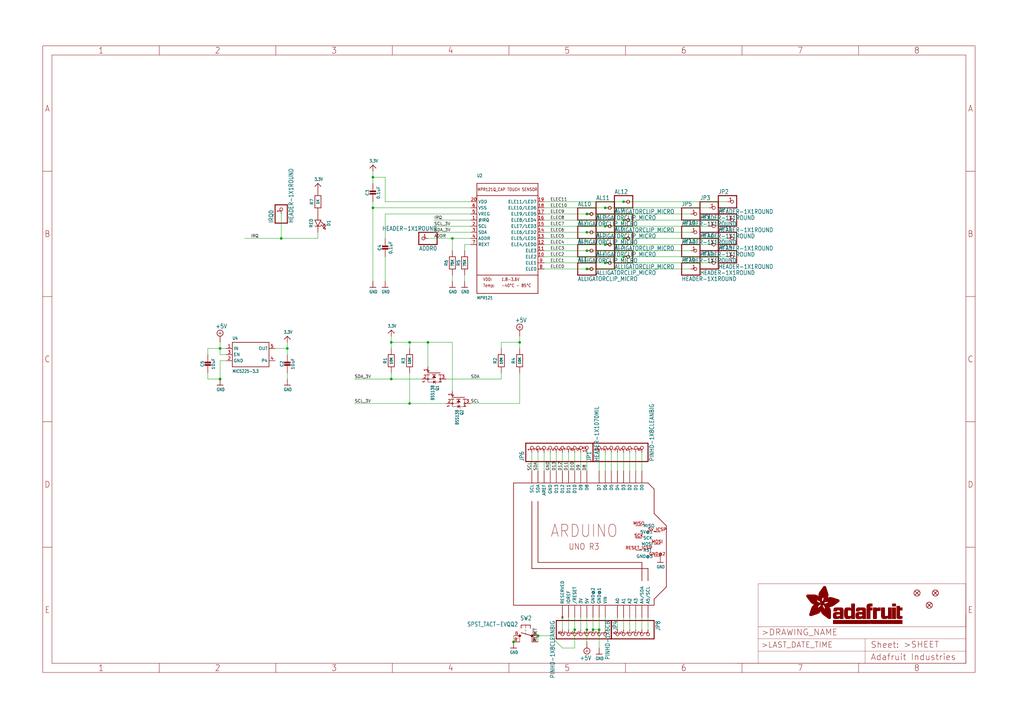
<source format=kicad_sch>
(kicad_sch (version 20211123) (generator eeschema)
  (paper "User" 425.45 301.219)
  (lib_symbols
    (symbol "eagleSchem-eagle-import:+5V" (power)
      (property "Value" "+5V" (at -1.905 3.175 0))
      (symbol "+5V_1_0"
        (pin power_in line (at 0 -2.54 90) (length 2.54) (name "+5V") (number "1"))
      )
    )
    (symbol "eagleSchem-eagle-import:3.3V" (power)
      (property "Value" "3.3V" (at -1.524 1.016 0))
      (symbol "3.3V_1_0"
        (pin power_in line (at 0 -2.54 90) (length 2.54) (name "3.3V") (number "1"))
      )
    )
    (symbol "eagleSchem-eagle-import:ALLIGATORCLIP_MICRO"
      (property "Reference" "AL" (at -6.35 3.175 0))
      (property "Value" "ALLIGATORCLIP_MICRO" (at -6.35 -5.08 0))
      (symbol "ALLIGATORCLIP_MICRO_1_0"
        (pin passive inverted (at -2.54 0 0) (length 2.54) (name "1") (number "P$1"))
        (pin passive inverted (at -2.54 0 0) (length 2.54) (name "1") (number "P$2"))
      )
    )
    (symbol "eagleSchem-eagle-import:ARDUINO_R3_ICSP"
      (symbol "ARDUINO_R3_ICSP_1_0"
        (text "ARDUINO" (at 15.24 27.94 0) (effects (font (size 5.08 4.318)) (justify left bottom)))
        (text "UNO R3" (at 22.86 22.86 0) (effects (font (size 2.54 2.159)) (justify left bottom)))
        (pin power_in line (at 27.94 -5.08 90) (length 5.08) (name "3V") (number "3V"))
        (pin power_in line (at 30.48 -5.08 90) (length 5.08) (name "5V") (number "5V"))
        (pin passive line (at 60.96 30.48 180) (length 2.54) (name "5V@1") (number "5V_ICSP"))
        (pin bidirectional line (at 43.18 -5.08 90) (length 5.08) (name "A0") (number "A0"))
        (pin bidirectional line (at 45.72 -5.08 90) (length 5.08) (name "A1") (number "A1"))
        (pin bidirectional line (at 48.26 -5.08 90) (length 5.08) (name "A2") (number "A2"))
        (pin bidirectional line (at 50.8 -5.08 90) (length 5.08) (name "A3") (number "A3"))
        (pin bidirectional line (at 53.34 -5.08 90) (length 5.08) (name "A4/SDA") (number "A4"))
        (pin bidirectional line (at 55.88 -5.08 90) (length 5.08) (name "A5/SCL") (number "A5"))
        (pin bidirectional line (at 12.7 55.88 270) (length 5.08) (name "AREF") (number "AREF"))
        (pin bidirectional line (at 53.34 55.88 270) (length 5.08) (name "D0") (number "D0"))
        (pin bidirectional line (at 50.8 55.88 270) (length 5.08) (name "D1") (number "D1"))
        (pin bidirectional line (at 25.4 55.88 270) (length 5.08) (name "D10") (number "D10"))
        (pin bidirectional line (at 22.86 55.88 270) (length 5.08) (name "D11") (number "D11"))
        (pin bidirectional line (at 20.32 55.88 270) (length 5.08) (name "D12") (number "D12"))
        (pin bidirectional line (at 17.78 55.88 270) (length 5.08) (name "D13") (number "D13"))
        (pin bidirectional line (at 48.26 55.88 270) (length 5.08) (name "D2") (number "D2"))
        (pin bidirectional line (at 45.72 55.88 270) (length 5.08) (name "D3") (number "D3"))
        (pin bidirectional line (at 43.18 55.88 270) (length 5.08) (name "D4") (number "D4"))
        (pin bidirectional line (at 40.64 55.88 270) (length 5.08) (name "D5") (number "D5"))
        (pin bidirectional line (at 38.1 55.88 270) (length 5.08) (name "D6") (number "D6"))
        (pin bidirectional line (at 35.56 55.88 270) (length 5.08) (name "D7") (number "D7"))
        (pin bidirectional line (at 30.48 55.88 270) (length 5.08) (name "D8") (number "D8"))
        (pin bidirectional line (at 27.94 55.88 270) (length 5.08) (name "D9") (number "D9"))
        (pin power_in line (at 15.24 55.88 270) (length 5.08) (name "GND") (number "GND"))
        (pin power_in line (at 33.02 -5.08 90) (length 5.08) (name "GND@2") (number "GND@1"))
        (pin passive line (at 60.96 20.32 180) (length 2.54) (name "GND@3") (number "GND@2"))
        (pin power_in line (at 35.56 -5.08 90) (length 5.08) (name "GND@1") (number "GND@3"))
        (pin output line (at 22.86 -5.08 90) (length 5.08) (name "IOREF") (number "IOREF"))
        (pin passive line (at 50.8 33.02 0) (length 2.54) (name "MISO") (number "MISO"))
        (pin passive line (at 60.96 25.4 180) (length 2.54) (name "MOSI") (number "MOSI"))
        (pin no_connect line (at 20.32 -5.08 90) (length 5.08) (name "RESERVED") (number "RESERVED"))
        (pin bidirectional line (at 25.4 -5.08 90) (length 5.08) (name "/RESET") (number "RESET"))
        (pin passive line (at 50.8 22.86 0) (length 2.54) (name "RST") (number "RESET_ICSP"))
        (pin passive line (at 50.8 27.94 0) (length 2.54) (name "SCK") (number "SCK"))
        (pin bidirectional line (at 7.62 55.88 270) (length 5.08) (name "SCL") (number "SCL"))
        (pin bidirectional line (at 10.16 55.88 270) (length 5.08) (name "SDA") (number "SDA"))
        (pin power_in line (at 38.1 -5.08 90) (length 5.08) (name "VIN") (number "VIN"))
      )
    )
    (symbol "eagleSchem-eagle-import:CAP_CERAMIC0805-NOOUTLINE"
      (property "Reference" "C" (at -2.29 1.25 90))
      (property "Value" "CAP_CERAMIC0805-NOOUTLINE" (at 2.3 1.25 90))
      (symbol "CAP_CERAMIC0805-NOOUTLINE_1_0"
        (pin passive line (at 0 5.08 270) (length 2.54) (name "1") (number "1"))
        (pin passive line (at 0 -2.54 90) (length 2.54) (name "2") (number "2"))
      )
    )
    (symbol "eagleSchem-eagle-import:FIDUCIAL{dblquote}{dblquote}")
    (symbol "eagleSchem-eagle-import:FRAME_A3_ADAFRUIT"
      (symbol "FRAME_A3_ADAFRUIT_1_0"
        (text "1" (at 24.2094 1.905 0) (effects (font (size 2.54 2.286))))
        (text "1" (at 24.2094 258.445 0) (effects (font (size 2.54 2.286))))
        (text "2" (at 72.6281 1.905 0) (effects (font (size 2.54 2.286))))
        (text "2" (at 72.6281 258.445 0) (effects (font (size 2.54 2.286))))
        (text "3" (at 121.0469 1.905 0) (effects (font (size 2.54 2.286))))
        (text "3" (at 121.0469 258.445 0) (effects (font (size 2.54 2.286))))
        (text "4" (at 169.4656 1.905 0) (effects (font (size 2.54 2.286))))
        (text "4" (at 169.4656 258.445 0) (effects (font (size 2.54 2.286))))
        (text "5" (at 217.8844 1.905 0) (effects (font (size 2.54 2.286))))
        (text "5" (at 217.8844 258.445 0) (effects (font (size 2.54 2.286))))
        (text "6" (at 266.3031 1.905 0) (effects (font (size 2.54 2.286))))
        (text "6" (at 266.3031 258.445 0) (effects (font (size 2.54 2.286))))
        (text "7" (at 314.7219 1.905 0) (effects (font (size 2.54 2.286))))
        (text "7" (at 314.7219 258.445 0) (effects (font (size 2.54 2.286))))
        (text "8" (at 363.1406 1.905 0) (effects (font (size 2.54 2.286))))
        (text "8" (at 363.1406 258.445 0) (effects (font (size 2.54 2.286))))
        (text ">DRAWING_NAME" (at 298.45 15.24 0) (effects (font (size 2.54 2.54)) (justify left bottom)))
        (text ">LAST_DATE_TIME" (at 298.45 10.16 0) (effects (font (size 2.286 2.286)) (justify left bottom)))
        (text ">SHEET" (at 357.505 10.16 0) (effects (font (size 2.54 2.54)) (justify left bottom)))
        (text "A" (at 1.905 234.315 0) (effects (font (size 2.54 2.286))))
        (text "A" (at 385.445 234.315 0) (effects (font (size 2.54 2.286))))
        (text "Adafruit Industries" (at 343.916 4.953 0) (effects (font (size 2.54 2.54)) (justify left bottom)))
        (text "B" (at 1.905 182.245 0) (effects (font (size 2.54 2.286))))
        (text "B" (at 385.445 182.245 0) (effects (font (size 2.54 2.286))))
        (text "C" (at 1.905 130.175 0) (effects (font (size 2.54 2.286))))
        (text "C" (at 385.445 130.175 0) (effects (font (size 2.54 2.286))))
        (text "D" (at 1.905 78.105 0) (effects (font (size 2.54 2.286))))
        (text "D" (at 385.445 78.105 0) (effects (font (size 2.54 2.286))))
        (text "E" (at 1.905 26.035 0) (effects (font (size 2.54 2.286))))
        (text "E" (at 385.445 26.035 0) (effects (font (size 2.54 2.286))))
        (text "Sheet:" (at 343.916 10.033 0) (effects (font (size 2.54 2.54)) (justify left bottom)))
      )
    )
    (symbol "eagleSchem-eagle-import:GND" (power)
      (property "Value" "GND" (at -1.524 -2.54 0))
      (symbol "GND_1_0"
        (pin power_in line (at 0 2.54 270) (length 2.54) (name "GND") (number "1"))
      )
    )
    (symbol "eagleSchem-eagle-import:HEADER-1X1070MIL"
      (property "Reference" "JP" (at -6.35 13.335 0))
      (property "Value" "HEADER-1X1070MIL" (at -6.35 -17.78 0))
      (symbol "HEADER-1X1070MIL_1_0"
        (pin passive inverted (at -2.54 10.16 0) (length 2.54) (name "1") (number "1"))
        (pin passive inverted (at -2.54 -12.7 0) (length 2.54) (name "10") (number "10"))
        (pin passive inverted (at -2.54 7.62 0) (length 2.54) (name "2") (number "2"))
        (pin passive inverted (at -2.54 5.08 0) (length 2.54) (name "3") (number "3"))
        (pin passive inverted (at -2.54 2.54 0) (length 2.54) (name "4") (number "4"))
        (pin passive inverted (at -2.54 0 0) (length 2.54) (name "5") (number "5"))
        (pin passive inverted (at -2.54 -2.54 0) (length 2.54) (name "6") (number "6"))
        (pin passive inverted (at -2.54 -5.08 0) (length 2.54) (name "7") (number "7"))
        (pin passive inverted (at -2.54 -7.62 0) (length 2.54) (name "8") (number "8"))
        (pin passive inverted (at -2.54 -10.16 0) (length 2.54) (name "9") (number "9"))
      )
    )
    (symbol "eagleSchem-eagle-import:HEADER-1X1ROUND"
      (property "Reference" "JP" (at -6.35 3.175 0))
      (property "Value" "HEADER-1X1ROUND" (at -6.35 -5.08 0))
      (symbol "HEADER-1X1ROUND_1_0"
        (pin passive inverted (at -2.54 0 0) (length 2.54) (name "1") (number "1"))
      )
    )
    (symbol "eagleSchem-eagle-import:LED0805_NOOUTLINE"
      (property "Reference" "D" (at -1.27 4.445 0))
      (property "Value" "LED0805_NOOUTLINE" (at -1.27 -2.794 0))
      (symbol "LED0805_NOOUTLINE_1_0"
        (pin passive line (at -5.08 0 0) (length 2.54) (name "A") (number "A"))
        (pin passive line (at 2.54 0 180) (length 2.54) (name "C") (number "C"))
      )
    )
    (symbol "eagleSchem-eagle-import:MOSFET-NWIDE"
      (property "Reference" "Q" (at 5.08 0.635 0))
      (property "Value" "MOSFET-NWIDE" (at 5.08 -1.27 0))
      (symbol "MOSFET-NWIDE_1_0"
        (text "D" (at 3.175 3.175 0) (effects (font (size 0.8128 0.6908)) (justify left bottom)))
        (text "G" (at -1.27 -1.905 0) (effects (font (size 0.8128 0.6908)) (justify left bottom)))
        (text "S" (at 3.175 -3.81 0) (effects (font (size 0.8128 0.6908)) (justify left bottom)))
        (pin bidirectional line (at -2.54 -2.54 0) (length 2.54) (name "G") (number "1"))
        (pin bidirectional line (at 2.54 -5.08 90) (length 2.54) (name "S") (number "2"))
        (pin bidirectional line (at 2.54 5.08 270) (length 2.54) (name "D") (number "3"))
      )
    )
    (symbol "eagleSchem-eagle-import:MPR121Q"
      (property "Reference" "U" (at -12.7 22.86 0))
      (property "Value" "MPR121Q" (at -12.7 -27.94 0))
      (symbol "MPR121Q_1_0"
        (text "-40°C - 85°C" (at -2.54 -22.86 0) (effects (font (size 1.27 1.0795)) (justify left bottom)))
        (text "1.8-3.6V" (at -2.54 -20.32 0) (effects (font (size 1.27 1.0795)) (justify left bottom)))
        (text "MPR121Q_CAP TOUCH SENSOR" (at 0 17.78 0) (effects (font (size 1.27 1.0795))))
        (text "Temp:" (at -10.16 -22.86 0) (effects (font (size 1.27 1.0795)) (justify left bottom)))
        (text "VDD:" (at -10.16 -20.32 0) (effects (font (size 1.27 1.0795)) (justify left bottom)))
        (pin bidirectional line (at -15.24 5.08 0) (length 2.54) (name "#IRQ") (number "1"))
        (pin bidirectional line (at 15.24 -10.16 180) (length 2.54) (name "ELE2") (number "10"))
        (pin bidirectional line (at 15.24 -7.62 180) (length 2.54) (name "ELE3") (number "11"))
        (pin bidirectional line (at 15.24 -5.08 180) (length 2.54) (name "ELE4/LED0") (number "12"))
        (pin bidirectional line (at 15.24 -2.54 180) (length 2.54) (name "ELE5/LED1") (number "13"))
        (pin bidirectional line (at 15.24 0 180) (length 2.54) (name "ELE6/LED2") (number "14"))
        (pin bidirectional line (at 15.24 2.54 180) (length 2.54) (name "ELE7/LED3") (number "15"))
        (pin bidirectional line (at 15.24 5.08 180) (length 2.54) (name "ELE8/LED4") (number "16"))
        (pin bidirectional line (at 15.24 7.62 180) (length 2.54) (name "ELE9/LED5") (number "17"))
        (pin bidirectional line (at 15.24 10.16 180) (length 2.54) (name "ELE10/LED6") (number "18"))
        (pin bidirectional line (at 15.24 12.7 180) (length 2.54) (name "ELE11/LED7") (number "19"))
        (pin bidirectional line (at -15.24 2.54 0) (length 2.54) (name "SCL") (number "2"))
        (pin power_in line (at -15.24 12.7 0) (length 2.54) (name "VDD") (number "20"))
        (pin bidirectional line (at -15.24 0 0) (length 2.54) (name "SDA") (number "3"))
        (pin bidirectional line (at -15.24 -2.54 0) (length 2.54) (name "ADDR") (number "4"))
        (pin bidirectional line (at -15.24 7.62 0) (length 2.54) (name "VREG") (number "5"))
        (pin power_in line (at -15.24 10.16 0) (length 2.54) (name "VSS") (number "6"))
        (pin bidirectional line (at -15.24 -5.08 0) (length 2.54) (name "REXT") (number "7"))
        (pin bidirectional line (at 15.24 -15.24 180) (length 2.54) (name "ELE0") (number "8"))
        (pin bidirectional line (at 15.24 -12.7 180) (length 2.54) (name "ELE1") (number "9"))
      )
    )
    (symbol "eagleSchem-eagle-import:PINHD-1X6CB"
      (property "Reference" "JP" (at -6.35 10.795 0))
      (property "Value" "PINHD-1X6CB" (at -6.35 -10.16 0))
      (symbol "PINHD-1X6CB_1_0"
        (pin passive inverted (at -2.54 7.62 0) (length 2.54) (name "1") (number "1"))
        (pin passive inverted (at -2.54 5.08 0) (length 2.54) (name "2") (number "2"))
        (pin passive inverted (at -2.54 2.54 0) (length 2.54) (name "3") (number "3"))
        (pin passive inverted (at -2.54 0 0) (length 2.54) (name "4") (number "4"))
        (pin passive inverted (at -2.54 -2.54 0) (length 2.54) (name "5") (number "5"))
        (pin passive inverted (at -2.54 -5.08 0) (length 2.54) (name "6") (number "6"))
      )
    )
    (symbol "eagleSchem-eagle-import:PINHD-1X8CLEANBIG"
      (property "Reference" "JP" (at -6.35 10.795 0))
      (property "Value" "PINHD-1X8CLEANBIG" (at -6.35 -15.24 0))
      (symbol "PINHD-1X8CLEANBIG_1_0"
        (pin passive inverted (at -2.54 7.62 0) (length 2.54) (name "1") (number "1"))
        (pin passive inverted (at -2.54 5.08 0) (length 2.54) (name "2") (number "2"))
        (pin passive inverted (at -2.54 2.54 0) (length 2.54) (name "3") (number "3"))
        (pin passive inverted (at -2.54 0 0) (length 2.54) (name "4") (number "4"))
        (pin passive inverted (at -2.54 -2.54 0) (length 2.54) (name "5") (number "5"))
        (pin passive inverted (at -2.54 -5.08 0) (length 2.54) (name "6") (number "6"))
        (pin passive inverted (at -2.54 -7.62 0) (length 2.54) (name "7") (number "7"))
        (pin passive inverted (at -2.54 -10.16 0) (length 2.54) (name "8") (number "8"))
      )
    )
    (symbol "eagleSchem-eagle-import:RESISTOR0805_NOOUTLINE"
      (property "Reference" "R" (at 0 2.54 0))
      (property "Value" "RESISTOR0805_NOOUTLINE" (at 0 0 0))
      (symbol "RESISTOR0805_NOOUTLINE_1_0"
        (pin passive line (at -5.08 0 0) (length 2.54) (name "1") (number "1"))
        (pin passive line (at 5.08 0 180) (length 2.54) (name "2") (number "2"))
      )
    )
    (symbol "eagleSchem-eagle-import:SPST_TACT-EVQQ2"
      (property "Reference" "SW" (at -6.35 -2.54 90))
      (property "Value" "SPST_TACT-EVQQ2" (at -3.81 3.175 90))
      (symbol "SPST_TACT-EVQQ2_1_0"
        (pin passive line (at 0 -5.08 90) (length 2.54) (name "P") (number "A"))
        (pin passive line (at 2.54 -5.08 90) (length 2.54) (name "P1") (number "A'"))
        (pin passive line (at 0 5.08 270) (length 2.54) (name "S") (number "B"))
        (pin passive line (at 2.54 5.08 270) (length 2.54) (name "S1") (number "B'"))
      )
    )
    (symbol "eagleSchem-eagle-import:VREG_SOT23-5"
      (property "Reference" "U" (at -7.62 6.096 0))
      (property "Value" "VREG_SOT23-5" (at -7.62 -7.62 0))
      (symbol "VREG_SOT23-5_1_0"
        (pin power_in line (at -10.16 2.54 0) (length 2.54) (name "IN") (number "1"))
        (pin power_in line (at -10.16 -2.54 0) (length 2.54) (name "GND") (number "2"))
        (pin input line (at -10.16 0 0) (length 2.54) (name "EN") (number "3"))
        (pin bidirectional line (at 10.16 -2.54 180) (length 2.54) (name "P4") (number "4"))
        (pin power_in line (at 10.16 2.54 180) (length 2.54) (name "OUT") (number "5"))
      )
    )
  )
  (junction (at 251.46 93.98))
  (junction (at 259.08 106.68))
  (junction (at 162.56 157.48))
  (junction (at 154.94 86.36))
  (junction (at 177.8 142.24))
  (junction (at 251.46 86.36))
  (junction (at 251.46 101.6))
  (junction (at 259.08 83.82))
  (junction (at 238.76 261.62))
  (junction (at 170.18 167.64))
  (junction (at 154.94 73.66))
  (junction (at 187.96 99.06))
  (junction (at 223.52 264.16))
  (junction (at 246.38 261.62))
  (junction (at 116.84 99.06))
  (junction (at 215.9 142.24))
  (junction (at 170.18 142.24))
  (junction (at 119.38 144.78))
  (junction (at 259.08 91.44))
  (junction (at 243.84 96.52))
  (junction (at 243.84 111.76))
  (junction (at 243.84 261.62))
  (junction (at 248.92 261.62))
  (junction (at 91.44 157.48))
  (junction (at 162.56 142.24))
  (junction (at 259.08 99.06))
  (junction (at 243.84 104.14))
  (junction (at 243.84 88.9))
  (junction (at 213.36 266.7))
  (junction (at 91.44 144.78))
  (junction (at 251.46 109.22))
  (wire (pts (xy 160.02 106.68) (xy 160.02 116.84)))
  (wire (pts (xy 154.94 73.66) (xy 154.94 71.12)))
  (wire (pts (xy 248.92 261.62) (xy 248.92 269.24)))
  (wire (pts (xy 226.06 86.36) (xy 251.46 86.36)))
  (wire (pts (xy 243.84 88.9) (xy 287.02 88.9)))
  (wire (pts (xy 226.06 91.44) (xy 259.08 91.44)))
  (wire (pts (xy 226.06 109.22) (xy 251.46 109.22)))
  (wire (pts (xy 177.8 142.24) (xy 187.96 142.24)))
  (wire (pts (xy 208.28 144.78) (xy 208.28 142.24)))
  (wire (pts (xy 162.56 157.48) (xy 147.32 157.48)))
  (wire (pts (xy 261.62 187.96) (xy 261.62 195.58)))
  (wire (pts (xy 86.36 147.32) (xy 86.36 144.78)))
  (wire (pts (xy 261.62 261.62) (xy 261.62 256.54)))
  (wire (pts (xy 294.64 109.22) (xy 251.46 109.22)))
  (wire (pts (xy 213.36 264.16) (xy 213.36 266.7)))
  (wire (pts (xy 86.36 154.94) (xy 86.36 157.48)))
  (wire (pts (xy 243.84 111.76) (xy 287.02 111.76)))
  (wire (pts (xy 195.58 96.52) (xy 180.34 96.52)))
  (wire (pts (xy 162.56 142.24) (xy 170.18 142.24)))
  (wire (pts (xy 233.68 187.96) (xy 233.68 195.58)))
  (wire (pts (xy 119.38 154.94) (xy 119.38 157.48)))
  (wire (pts (xy 195.58 167.64) (xy 215.9 167.64)))
  (wire (pts (xy 195.58 91.44) (xy 180.34 91.44)))
  (wire (pts (xy 162.56 154.94) (xy 162.56 157.48)))
  (wire (pts (xy 223.52 264.16) (xy 223.52 266.7)))
  (wire (pts (xy 195.58 101.6) (xy 193.04 101.6)))
  (wire (pts (xy 226.06 104.14) (xy 243.84 104.14)))
  (wire (pts (xy 228.6 264.16) (xy 223.52 264.16)))
  (wire (pts (xy 226.06 101.6) (xy 251.46 101.6)))
  (wire (pts (xy 246.38 261.62) (xy 246.38 256.54)))
  (wire (pts (xy 251.46 93.98) (xy 294.64 93.98)))
  (wire (pts (xy 248.92 261.62) (xy 248.92 256.54)))
  (wire (pts (xy 170.18 142.24) (xy 177.8 142.24)))
  (wire (pts (xy 226.06 99.06) (xy 259.08 99.06)))
  (wire (pts (xy 236.22 195.58) (xy 236.22 187.96)))
  (wire (pts (xy 259.08 106.68) (xy 302.26 106.68)))
  (wire (pts (xy 226.06 96.52) (xy 243.84 96.52)))
  (wire (pts (xy 226.06 88.9) (xy 243.84 88.9)))
  (wire (pts (xy 243.84 261.62) (xy 243.84 256.54)))
  (wire (pts (xy 132.08 99.06) (xy 132.08 96.52)))
  (wire (pts (xy 175.26 157.48) (xy 162.56 157.48)))
  (wire (pts (xy 160.02 73.66) (xy 154.94 73.66)))
  (wire (pts (xy 226.06 83.82) (xy 259.08 83.82)))
  (wire (pts (xy 294.64 86.36) (xy 251.46 86.36)))
  (wire (pts (xy 259.08 83.82) (xy 302.26 83.82)))
  (wire (pts (xy 170.18 144.78) (xy 170.18 142.24)))
  (wire (pts (xy 195.58 99.06) (xy 187.96 99.06)))
  (wire (pts (xy 195.58 83.82) (xy 160.02 83.82)))
  (wire (pts (xy 193.04 101.6) (xy 193.04 104.14)))
  (wire (pts (xy 254 187.96) (xy 254 195.58)))
  (wire (pts (xy 154.94 76.2) (xy 154.94 73.66)))
  (wire (pts (xy 215.9 144.78) (xy 215.9 142.24)))
  (wire (pts (xy 170.18 154.94) (xy 170.18 167.64)))
  (wire (pts (xy 238.76 261.62) (xy 238.76 269.24)))
  (wire (pts (xy 119.38 144.78) (xy 119.38 142.24)))
  (wire (pts (xy 259.08 187.96) (xy 259.08 195.58)))
  (wire (pts (xy 187.96 114.3) (xy 187.96 116.84)))
  (wire (pts (xy 223.52 187.96) (xy 223.52 195.58)))
  (wire (pts (xy 287.02 104.14) (xy 243.84 104.14)))
  (wire (pts (xy 132.08 99.06) (xy 116.84 99.06)))
  (wire (pts (xy 266.7 261.62) (xy 266.7 256.54)))
  (wire (pts (xy 187.96 142.24) (xy 187.96 162.56)))
  (wire (pts (xy 251.46 195.58) (xy 251.46 187.96)))
  (wire (pts (xy 195.58 86.36) (xy 154.94 86.36)))
  (wire (pts (xy 226.06 93.98) (xy 251.46 93.98)))
  (wire (pts (xy 187.96 99.06) (xy 187.96 104.14)))
  (wire (pts (xy 160.02 83.82) (xy 160.02 73.66)))
  (wire (pts (xy 238.76 269.24) (xy 233.68 269.24)))
  (wire (pts (xy 248.92 187.96) (xy 248.92 195.58)))
  (wire (pts (xy 170.18 167.64) (xy 147.32 167.64)))
  (wire (pts (xy 241.3 195.58) (xy 241.3 187.96)))
  (wire (pts (xy 162.56 139.7) (xy 162.56 142.24)))
  (wire (pts (xy 251.46 261.62) (xy 251.46 256.54)))
  (wire (pts (xy 259.08 99.06) (xy 302.26 99.06)))
  (wire (pts (xy 233.68 269.24) (xy 228.6 264.16)))
  (wire (pts (xy 93.98 144.78) (xy 91.44 144.78)))
  (wire (pts (xy 228.6 187.96) (xy 228.6 195.58)))
  (wire (pts (xy 294.64 101.6) (xy 251.46 101.6)))
  (wire (pts (xy 93.98 147.32) (xy 91.44 147.32)))
  (wire (pts (xy 259.08 261.62) (xy 259.08 256.54)))
  (wire (pts (xy 220.98 187.96) (xy 220.98 195.58)))
  (wire (pts (xy 160.02 88.9) (xy 160.02 99.06)))
  (wire (pts (xy 86.36 157.48) (xy 91.44 157.48)))
  (wire (pts (xy 119.38 144.78) (xy 119.38 147.32)))
  (wire (pts (xy 116.84 88.9) (xy 116.84 99.06)))
  (wire (pts (xy 233.68 261.62) (xy 233.68 256.54)))
  (wire (pts (xy 116.84 99.06) (xy 101.6 99.06)))
  (wire (pts (xy 215.9 167.64) (xy 215.9 154.94)))
  (wire (pts (xy 162.56 144.78) (xy 162.56 142.24)))
  (wire (pts (xy 269.24 261.62) (xy 269.24 256.54)))
  (wire (pts (xy 256.54 261.62) (xy 256.54 256.54)))
  (wire (pts (xy 238.76 187.96) (xy 238.76 195.58)))
  (wire (pts (xy 195.58 88.9) (xy 160.02 88.9)))
  (wire (pts (xy 302.26 91.44) (xy 259.08 91.44)))
  (wire (pts (xy 185.42 167.64) (xy 170.18 167.64)))
  (wire (pts (xy 195.58 93.98) (xy 180.34 93.98)))
  (wire (pts (xy 91.44 144.78) (xy 91.44 142.24)))
  (wire (pts (xy 187.96 99.06) (xy 177.8 99.06)))
  (wire (pts (xy 226.06 187.96) (xy 226.06 195.58)))
  (wire (pts (xy 256.54 195.58) (xy 256.54 187.96)))
  (wire (pts (xy 226.06 106.68) (xy 259.08 106.68)))
  (wire (pts (xy 266.7 187.96) (xy 266.7 195.58)))
  (wire (pts (xy 287.02 96.52) (xy 243.84 96.52)))
  (wire (pts (xy 241.3 261.62) (xy 241.3 256.54)))
  (wire (pts (xy 238.76 261.62) (xy 238.76 256.54)))
  (wire (pts (xy 91.44 147.32) (xy 91.44 144.78)))
  (wire (pts (xy 246.38 261.62) (xy 248.92 261.62)))
  (wire (pts (xy 264.16 261.62) (xy 264.16 256.54)))
  (wire (pts (xy 243.84 261.62) (xy 243.84 266.7)))
  (wire (pts (xy 91.44 149.86) (xy 91.44 157.48)))
  (wire (pts (xy 231.14 195.58) (xy 231.14 187.96)))
  (wire (pts (xy 236.22 261.62) (xy 236.22 256.54)))
  (wire (pts (xy 264.16 187.96) (xy 264.16 195.58)))
  (wire (pts (xy 154.94 83.82) (xy 154.94 86.36)))
  (wire (pts (xy 154.94 86.36) (xy 154.94 116.84)))
  (wire (pts (xy 185.42 157.48) (xy 208.28 157.48)))
  (wire (pts (xy 193.04 114.3) (xy 193.04 116.84)))
  (wire (pts (xy 226.06 111.76) (xy 243.84 111.76)))
  (wire (pts (xy 177.8 142.24) (xy 177.8 152.4)))
  (wire (pts (xy 243.84 187.96) (xy 243.84 195.58)))
  (wire (pts (xy 208.28 157.48) (xy 208.28 154.94)))
  (wire (pts (xy 215.9 142.24) (xy 215.9 139.7)))
  (wire (pts (xy 86.36 144.78) (xy 91.44 144.78)))
  (wire (pts (xy 208.28 142.24) (xy 215.9 142.24)))
  (wire (pts (xy 114.3 144.78) (xy 119.38 144.78)))
  (wire (pts (xy 93.98 149.86) (xy 91.44 149.86)))
  (label "D13" (at 231.14 195.58 90) (effects (font (size 1.2446 1.2446))))
  (label "ELEC4" (at 228.6 101.6 0) (effects (font (size 1.2446 1.2446))))
  (label "ELEC6" (at 228.6 96.52 0) (effects (font (size 1.2446 1.2446))))
  (label "D11" (at 236.22 195.58 90) (effects (font (size 1.2446 1.2446))))
  (label "ELEC9" (at 228.6 88.9 0) (effects (font (size 1.2446 1.2446))))
  (label "SCL" (at 195.58 167.64 0) (effects (font (size 1.2446 1.2446))))
  (label "~{RESET}" (at 223.52 266.7 90) (effects (font (size 1.2446 1.2446))))
  (label "ELEC1" (at 228.6 109.22 0) (effects (font (size 1.2446 1.2446))))
  (label "ELEC11" (at 228.6 83.82 0) (effects (font (size 1.2446 1.2446))))
  (label "ELEC10" (at 228.6 86.36 0) (effects (font (size 1.2446 1.2446))))
  (label "IRQ" (at 180.34 91.44 0) (effects (font (size 1.2446 1.2446))))
  (label "ELEC2" (at 228.6 106.68 0) (effects (font (size 1.2446 1.2446))))
  (label "ELEC3" (at 228.6 104.14 0) (effects (font (size 1.2446 1.2446))))
  (label "IRQ" (at 104.14 99.06 0) (effects (font (size 1.2446 1.2446))))
  (label "SCL_3V" (at 180.34 93.98 0) (effects (font (size 1.2446 1.2446))))
  (label "SCL" (at 220.98 195.58 90) (effects (font (size 1.2446 1.2446))))
  (label "ELEC0" (at 228.6 111.76 0) (effects (font (size 1.2446 1.2446))))
  (label "SDA" (at 223.52 195.58 90) (effects (font (size 1.2446 1.2446))))
  (label "ADDR" (at 180.34 99.06 0) (effects (font (size 1.2446 1.2446))))
  (label "SDA_3V" (at 147.32 157.48 0) (effects (font (size 1.2446 1.2446))))
  (label "ELEC7" (at 228.6 93.98 0) (effects (font (size 1.2446 1.2446))))
  (label "ELEC5" (at 228.6 99.06 0) (effects (font (size 1.2446 1.2446))))
  (label "ELEC8" (at 228.6 91.44 0) (effects (font (size 1.2446 1.2446))))
  (label "SDA_3V" (at 180.34 96.52 0) (effects (font (size 1.2446 1.2446))))
  (label "D10" (at 238.76 195.58 90) (effects (font (size 1.2446 1.2446))))
  (label "D8" (at 243.84 195.58 90) (effects (font (size 1.2446 1.2446))))
  (label "D9" (at 241.3 195.58 90) (effects (font (size 1.2446 1.2446))))
  (label "GND" (at 228.6 195.58 90) (effects (font (size 1.2446 1.2446))))
  (label "SDA" (at 195.58 157.48 0) (effects (font (size 1.2446 1.2446))))
  (label "SCL_3V" (at 147.32 167.64 0) (effects (font (size 1.2446 1.2446))))
  (label "D12" (at 233.68 195.58 90) (effects (font (size 1.2446 1.2446))))
  (symbol (lib_id "eagleSchem-eagle-import:HEADER-1X1ROUND") (at 289.56 111.76 0) (unit 1)
    (property "Reference" "JP16" (at 283.21 108.585 0) (effects (font (size 1.778 1.5113)) (justify left bottom)))
    (property "Value" "HEADER-1X1ROUND" (at 283.21 116.84 0) (effects (font (size 1.778 1.5113)) (justify left bottom)))
    (property "Footprint" "eagleSchem:1X01_ROUND" (effects hide))
  )
  (symbol (lib_id "eagleSchem-eagle-import:VREG_SOT23-5") (at 104.14 147.32 0) (unit 1)
    (property "Reference" "U4" (at 96.52 141.224 0) (effects (font (size 1.27 1.0795)) (justify left bottom)))
    (property "Value" "MIC5225-3.3" (at 96.52 154.94 0) (effects (font (size 1.27 1.0795)) (justify left bottom)))
    (property "Footprint" "eagleSchem:SOT23-5" (effects hide))
  )
  (symbol (lib_id "eagleSchem-eagle-import:3.3V") (at 154.94 68.58 0) (unit 1)
    (property "Reference" "#U$2" (effects hide))
    (property "Value" "3.3V" (at 153.416 67.564 0) (effects (font (size 1.27 1.0795)) (justify left bottom)))
    (property "Footprint" "eagleSchem:" (effects hide))
  )
  (symbol (lib_id "eagleSchem-eagle-import:HEADER-1X1ROUND") (at 175.26 99.06 180) (unit 1)
    (property "Reference" "ADDR0" (at 181.61 102.235 0) (effects (font (size 1.778 1.5113)) (justify left bottom)))
    (property "Value" "HEADER-1X1ROUND" (at 181.61 93.98 0) (effects (font (size 1.778 1.5113)) (justify left bottom)))
    (property "Footprint" "eagleSchem:1X01_ROUND" (effects hide))
  )
  (symbol (lib_id "eagleSchem-eagle-import:HEADER-1X1ROUND") (at 304.8 99.06 0) (unit 1)
    (property "Reference" "JP11" (at 298.45 95.885 0) (effects (font (size 1.778 1.5113)) (justify left bottom)))
    (property "Value" "HEADER-1X1ROUND" (at 298.45 104.14 0) (effects (font (size 1.778 1.5113)) (justify left bottom)))
    (property "Footprint" "eagleSchem:1X01_ROUND" (effects hide))
  )
  (symbol (lib_id "eagleSchem-eagle-import:HEADER-1X1ROUND") (at 289.56 104.14 0) (unit 1)
    (property "Reference" "JP13" (at 283.21 100.965 0) (effects (font (size 1.778 1.5113)) (justify left bottom)))
    (property "Value" "HEADER-1X1ROUND" (at 283.21 109.22 0) (effects (font (size 1.778 1.5113)) (justify left bottom)))
    (property "Footprint" "eagleSchem:1X01_ROUND" (effects hide))
  )
  (symbol (lib_id "eagleSchem-eagle-import:FIDUCIAL{dblquote}{dblquote}") (at 388.62 246.38 0) (unit 1)
    (property "Reference" "FID1" (effects hide))
    (property "Value" "FIDUCIAL{dblquote}{dblquote}" (effects hide))
    (property "Footprint" "eagleSchem:FIDUCIAL_1MM" (effects hide))
    (property "Value" "FIDUCIAL{dblquote}{dblquote}" (effects hide))
  )
  (symbol (lib_id "eagleSchem-eagle-import:CAP_CERAMIC0805-NOOUTLINE") (at 154.94 81.28 0) (unit 1)
    (property "Reference" "C3" (at 152.65 80.03 90))
    (property "Value" "0.1uF" (at 157.24 80.03 90))
    (property "Footprint" "eagleSchem:0805-NO" (effects hide))
  )
  (symbol (lib_id "eagleSchem-eagle-import:HEADER-1X1ROUND") (at 304.8 83.82 0) (unit 1)
    (property "Reference" "JP2" (at 298.45 80.645 0) (effects (font (size 1.778 1.5113)) (justify left bottom)))
    (property "Value" "HEADER-1X1ROUND" (at 298.45 88.9 0) (effects (font (size 1.778 1.5113)) (justify left bottom)))
    (property "Footprint" "eagleSchem:1X01_ROUND" (effects hide))
  )
  (symbol (lib_id "eagleSchem-eagle-import:PINHD-1X8CLEANBIG") (at 243.84 264.16 270) (unit 1)
    (property "Reference" "JP4" (at 254.635 257.81 0) (effects (font (size 1.778 1.5113)) (justify left bottom)))
    (property "Value" "PINHD-1X8CLEANBIG" (at 228.6 257.81 0) (effects (font (size 1.778 1.5113)) (justify left bottom)))
    (property "Footprint" "eagleSchem:1X08-CLEANBIG" (effects hide))
  )
  (symbol (lib_id "eagleSchem-eagle-import:HEADER-1X1ROUND") (at 297.18 101.6 0) (unit 1)
    (property "Reference" "JP12" (at 290.83 98.425 0) (effects (font (size 1.778 1.5113)) (justify left bottom)))
    (property "Value" "HEADER-1X1ROUND" (at 290.83 106.68 0) (effects (font (size 1.778 1.5113)) (justify left bottom)))
    (property "Footprint" "eagleSchem:1X01_ROUND" (effects hide))
  )
  (symbol (lib_id "eagleSchem-eagle-import:ALLIGATORCLIP_MICRO") (at 261.62 83.82 0) (unit 1)
    (property "Reference" "AL12" (at 255.27 80.645 0) (effects (font (size 1.778 1.5113)) (justify left bottom)))
    (property "Value" "ALLIGATORCLIP_MICRO" (at 255.27 88.9 0) (effects (font (size 1.778 1.5113)) (justify left bottom)))
    (property "Footprint" "eagleSchem:ALLIGATORCLIP" (effects hide))
  )
  (symbol (lib_id "eagleSchem-eagle-import:HEADER-1X1ROUND") (at 304.8 106.68 0) (unit 1)
    (property "Reference" "JP14" (at 298.45 103.505 0) (effects (font (size 1.778 1.5113)) (justify left bottom)))
    (property "Value" "HEADER-1X1ROUND" (at 298.45 111.76 0) (effects (font (size 1.778 1.5113)) (justify left bottom)))
    (property "Footprint" "eagleSchem:1X01_ROUND" (effects hide))
  )
  (symbol (lib_id "eagleSchem-eagle-import:ALLIGATORCLIP_MICRO") (at 246.38 96.52 0) (unit 1)
    (property "Reference" "AL7" (at 240.03 93.345 0) (effects (font (size 1.778 1.5113)) (justify left bottom)))
    (property "Value" "ALLIGATORCLIP_MICRO" (at 240.03 101.6 0) (effects (font (size 1.778 1.5113)) (justify left bottom)))
    (property "Footprint" "eagleSchem:ALLIGATORCLIP" (effects hide))
  )
  (symbol (lib_id "eagleSchem-eagle-import:CAP_CERAMIC0805-NOOUTLINE") (at 119.38 152.4 0) (unit 1)
    (property "Reference" "C2" (at 117.09 151.15 90))
    (property "Value" "10uF" (at 121.68 151.15 90))
    (property "Footprint" "eagleSchem:0805-NO" (effects hide))
  )
  (symbol (lib_id "eagleSchem-eagle-import:RESISTOR0805_NOOUTLINE") (at 162.56 149.86 90) (unit 1)
    (property "Reference" "R1" (at 160.02 149.86 0))
    (property "Value" "10K" (at 162.56 149.86 0) (effects (font (size 1.016 1.016) bold)))
    (property "Footprint" "eagleSchem:0805-NO" (effects hide))
  )
  (symbol (lib_id "eagleSchem-eagle-import:SPST_TACT-EVQQ2") (at 218.44 264.16 90) (mirror x) (unit 1)
    (property "Reference" "SW2" (at 220.98 257.81 90) (effects (font (size 1.778 1.5113)) (justify left bottom)))
    (property "Value" "SPST_TACT-EVQQ2" (at 215.265 260.35 90) (effects (font (size 1.778 1.5113)) (justify left bottom)))
    (property "Footprint" "eagleSchem:EVQ-Q2" (effects hide))
  )
  (symbol (lib_id "eagleSchem-eagle-import:HEADER-1X1ROUND") (at 289.56 96.52 0) (unit 1)
    (property "Reference" "JP10" (at 283.21 93.345 0) (effects (font (size 1.778 1.5113)) (justify left bottom)))
    (property "Value" "HEADER-1X1ROUND" (at 283.21 101.6 0) (effects (font (size 1.778 1.5113)) (justify left bottom)))
    (property "Footprint" "eagleSchem:1X01_ROUND" (effects hide))
  )
  (symbol (lib_id "eagleSchem-eagle-import:PINHD-1X8CLEANBIG") (at 256.54 185.42 90) (unit 1)
    (property "Reference" "JP1" (at 245.745 191.77 0) (effects (font (size 1.778 1.5113)) (justify left bottom)))
    (property "Value" "PINHD-1X8CLEANBIG" (at 271.78 191.77 0) (effects (font (size 1.778 1.5113)) (justify left bottom)))
    (property "Footprint" "eagleSchem:1X08-CLEANBIG" (effects hide))
  )
  (symbol (lib_id "eagleSchem-eagle-import:3.3V") (at 119.38 139.7 0) (unit 1)
    (property "Reference" "#U$16" (effects hide))
    (property "Value" "3.3V" (at 117.856 138.684 0) (effects (font (size 1.27 1.0795)) (justify left bottom)))
    (property "Footprint" "eagleSchem:" (effects hide))
  )
  (symbol (lib_id "eagleSchem-eagle-import:PINHD-1X6CB") (at 261.62 264.16 270) (unit 1)
    (property "Reference" "JP8" (at 272.415 257.81 0) (effects (font (size 1.778 1.5113)) (justify left bottom)))
    (property "Value" "PINHD-1X6CB" (at 251.46 257.81 0) (effects (font (size 1.778 1.5113)) (justify left bottom)))
    (property "Footprint" "eagleSchem:1X06-CLEANBIG" (effects hide))
  )
  (symbol (lib_id "eagleSchem-eagle-import:FIDUCIAL{dblquote}{dblquote}") (at 381 246.38 0) (unit 1)
    (property "Reference" "FID3" (effects hide))
    (property "Value" "FIDUCIAL{dblquote}{dblquote}" (effects hide))
    (property "Footprint" "eagleSchem:FIDUCIAL_1MM" (effects hide))
  )
  (symbol (lib_id "eagleSchem-eagle-import:ALLIGATORCLIP_MICRO") (at 254 101.6 0) (unit 1)
    (property "Reference" "AL5" (at 247.65 98.425 0) (effects (font (size 1.778 1.5113)) (justify left bottom)))
    (property "Value" "ALLIGATORCLIP_MICRO" (at 247.65 106.68 0) (effects (font (size 1.778 1.5113)) (justify left bottom)))
    (property "Footprint" "eagleSchem:ALLIGATORCLIP" (effects hide))
  )
  (symbol (lib_id "eagleSchem-eagle-import:GND") (at 187.96 119.38 0) (unit 1)
    (property "Reference" "#U$6" (effects hide))
    (property "Value" "GND" (at 186.436 121.92 0) (effects (font (size 1.27 1.0795)) (justify left bottom)))
    (property "Footprint" "eagleSchem:" (effects hide))
  )
  (symbol (lib_id "eagleSchem-eagle-import:HEADER-1X1ROUND") (at 289.56 88.9 0) (unit 1)
    (property "Reference" "JP5" (at 283.21 85.725 0) (effects (font (size 1.778 1.5113)) (justify left bottom)))
    (property "Value" "HEADER-1X1ROUND" (at 283.21 93.98 0) (effects (font (size 1.778 1.5113)) (justify left bottom)))
    (property "Footprint" "eagleSchem:1X01_ROUND" (effects hide))
  )
  (symbol (lib_id "eagleSchem-eagle-import:MOSFET-NWIDE") (at 180.34 154.94 270) (unit 1)
    (property "Reference" "Q1" (at 180.975 160.02 0) (effects (font (size 1.27 1.0795)) (justify left bottom)))
    (property "Value" "BSS138" (at 179.07 160.02 0) (effects (font (size 1.27 1.0795)) (justify left bottom)))
    (property "Footprint" "eagleSchem:SOT23-WIDE" (effects hide))
  )
  (symbol (lib_id "eagleSchem-eagle-import:CAP_CERAMIC0805-NOOUTLINE") (at 86.36 152.4 0) (unit 1)
    (property "Reference" "C5" (at 84.07 151.15 90))
    (property "Value" "10uF" (at 88.66 151.15 90))
    (property "Footprint" "eagleSchem:0805-NO" (effects hide))
  )
  (symbol (lib_id "eagleSchem-eagle-import:GND") (at 154.94 119.38 0) (unit 1)
    (property "Reference" "#U$3" (effects hide))
    (property "Value" "GND" (at 153.416 121.92 0) (effects (font (size 1.27 1.0795)) (justify left bottom)))
    (property "Footprint" "eagleSchem:" (effects hide))
  )
  (symbol (lib_id "eagleSchem-eagle-import:GND") (at 160.02 119.38 0) (unit 1)
    (property "Reference" "#U$4" (effects hide))
    (property "Value" "GND" (at 158.496 121.92 0) (effects (font (size 1.27 1.0795)) (justify left bottom)))
    (property "Footprint" "eagleSchem:" (effects hide))
  )
  (symbol (lib_id "eagleSchem-eagle-import:3.3V") (at 162.56 137.16 0) (unit 1)
    (property "Reference" "#U$20" (effects hide))
    (property "Value" "3.3V" (at 161.036 136.144 0) (effects (font (size 1.27 1.0795)) (justify left bottom)))
    (property "Footprint" "eagleSchem:" (effects hide))
  )
  (symbol (lib_id "eagleSchem-eagle-import:ALLIGATORCLIP_MICRO") (at 246.38 88.9 0) (unit 1)
    (property "Reference" "AL10" (at 240.03 85.725 0) (effects (font (size 1.778 1.5113)) (justify left bottom)))
    (property "Value" "ALLIGATORCLIP_MICRO" (at 240.03 93.98 0) (effects (font (size 1.778 1.5113)) (justify left bottom)))
    (property "Footprint" "eagleSchem:ALLIGATORCLIP" (effects hide))
  )
  (symbol (lib_id "eagleSchem-eagle-import:GND") (at 119.38 160.02 0) (unit 1)
    (property "Reference" "#U$17" (effects hide))
    (property "Value" "GND" (at 117.856 162.56 0) (effects (font (size 1.27 1.0795)) (justify left bottom)))
    (property "Footprint" "eagleSchem:" (effects hide))
  )
  (symbol (lib_id "eagleSchem-eagle-import:RESISTOR0805_NOOUTLINE") (at 208.28 149.86 90) (unit 1)
    (property "Reference" "R2" (at 205.74 149.86 0))
    (property "Value" "10K" (at 208.28 149.86 0) (effects (font (size 1.016 1.016) bold)))
    (property "Footprint" "eagleSchem:0805-NO" (effects hide))
  )
  (symbol (lib_id "eagleSchem-eagle-import:+5V") (at 243.84 269.24 180) (unit 1)
    (property "Reference" "#SUPPLY2" (effects hide))
    (property "Value" "+5V" (at 245.745 272.415 0) (effects (font (size 1.778 1.5113)) (justify left bottom)))
    (property "Footprint" "eagleSchem:" (effects hide))
  )
  (symbol (lib_id "eagleSchem-eagle-import:ALLIGATORCLIP_MICRO") (at 261.62 91.44 0) (unit 1)
    (property "Reference" "AL9" (at 255.27 88.265 0) (effects (font (size 1.778 1.5113)) (justify left bottom)))
    (property "Value" "ALLIGATORCLIP_MICRO" (at 255.27 96.52 0) (effects (font (size 1.778 1.5113)) (justify left bottom)))
    (property "Footprint" "eagleSchem:ALLIGATORCLIP" (effects hide))
  )
  (symbol (lib_id "eagleSchem-eagle-import:ALLIGATORCLIP_MICRO") (at 261.62 106.68 0) (unit 1)
    (property "Reference" "AL3" (at 255.27 103.505 0) (effects (font (size 1.778 1.5113)) (justify left bottom)))
    (property "Value" "ALLIGATORCLIP_MICRO" (at 255.27 111.76 0) (effects (font (size 1.778 1.5113)) (justify left bottom)))
    (property "Footprint" "eagleSchem:ALLIGATORCLIP" (effects hide))
  )
  (symbol (lib_id "eagleSchem-eagle-import:HEADER-1X1ROUND") (at 297.18 93.98 0) (unit 1)
    (property "Reference" "JP9" (at 290.83 90.805 0) (effects (font (size 1.778 1.5113)) (justify left bottom)))
    (property "Value" "HEADER-1X1ROUND" (at 290.83 99.06 0) (effects (font (size 1.778 1.5113)) (justify left bottom)))
    (property "Footprint" "eagleSchem:1X01_ROUND" (effects hide))
  )
  (symbol (lib_id "eagleSchem-eagle-import:RESISTOR0805_NOOUTLINE") (at 187.96 109.22 90) (unit 1)
    (property "Reference" "R6" (at 185.42 109.22 0))
    (property "Value" "75K" (at 187.96 109.22 0) (effects (font (size 1.016 1.016) bold)))
    (property "Footprint" "eagleSchem:0805-NO" (effects hide))
  )
  (symbol (lib_id "eagleSchem-eagle-import:GND") (at 91.44 160.02 0) (unit 1)
    (property "Reference" "#U$19" (effects hide))
    (property "Value" "GND" (at 89.916 162.56 0) (effects (font (size 1.27 1.0795)) (justify left bottom)))
    (property "Footprint" "eagleSchem:" (effects hide))
  )
  (symbol (lib_id "eagleSchem-eagle-import:ALLIGATORCLIP_MICRO") (at 261.62 99.06 0) (unit 1)
    (property "Reference" "AL6" (at 255.27 95.885 0) (effects (font (size 1.778 1.5113)) (justify left bottom)))
    (property "Value" "ALLIGATORCLIP_MICRO" (at 255.27 104.14 0) (effects (font (size 1.778 1.5113)) (justify left bottom)))
    (property "Footprint" "eagleSchem:ALLIGATORCLIP" (effects hide))
  )
  (symbol (lib_id "eagleSchem-eagle-import:HEADER-1X1ROUND") (at 116.84 86.36 90) (unit 1)
    (property "Reference" "IRQ0" (at 113.665 92.71 0) (effects (font (size 1.778 1.5113)) (justify left bottom)))
    (property "Value" "HEADER-1X1ROUND" (at 121.92 92.71 0) (effects (font (size 1.778 1.5113)) (justify left bottom)))
    (property "Footprint" "eagleSchem:1X01_ROUND" (effects hide))
  )
  (symbol (lib_id "eagleSchem-eagle-import:RESISTOR0805_NOOUTLINE") (at 215.9 149.86 90) (unit 1)
    (property "Reference" "R4" (at 213.36 149.86 0))
    (property "Value" "10K" (at 215.9 149.86 0) (effects (font (size 1.016 1.016) bold)))
    (property "Footprint" "eagleSchem:0805-NO" (effects hide))
  )
  (symbol (lib_id "eagleSchem-eagle-import:RESISTOR0805_NOOUTLINE") (at 193.04 109.22 90) (unit 1)
    (property "Reference" "R5" (at 190.5 109.22 0))
    (property "Value" "75K" (at 193.04 109.22 0) (effects (font (size 1.016 1.016) bold)))
    (property "Footprint" "eagleSchem:0805-NO" (effects hide))
  )
  (symbol (lib_id "eagleSchem-eagle-import:3.3V") (at 132.08 76.2 0) (unit 1)
    (property "Reference" "#U$12" (effects hide))
    (property "Value" "3.3V" (at 130.556 75.184 0) (effects (font (size 1.27 1.0795)) (justify left bottom)))
    (property "Footprint" "eagleSchem:" (effects hide))
  )
  (symbol (lib_id "eagleSchem-eagle-import:HEADER-1X1ROUND") (at 304.8 91.44 0) (unit 1)
    (property "Reference" "JP7" (at 298.45 88.265 0) (effects (font (size 1.778 1.5113)) (justify left bottom)))
    (property "Value" "HEADER-1X1ROUND" (at 298.45 96.52 0) (effects (font (size 1.778 1.5113)) (justify left bottom)))
    (property "Footprint" "eagleSchem:1X01_ROUND" (effects hide))
  )
  (symbol (lib_id "eagleSchem-eagle-import:ALLIGATORCLIP_MICRO") (at 254 93.98 0) (unit 1)
    (property "Reference" "AL8" (at 247.65 90.805 0) (effects (font (size 1.778 1.5113)) (justify left bottom)))
    (property "Value" "ALLIGATORCLIP_MICRO" (at 247.65 99.06 0) (effects (font (size 1.778 1.5113)) (justify left bottom)))
    (property "Footprint" "eagleSchem:ALLIGATORCLIP" (effects hide))
  )
  (symbol (lib_id "eagleSchem-eagle-import:HEADER-1X1ROUND") (at 297.18 86.36 0) (unit 1)
    (property "Reference" "JP3" (at 290.83 83.185 0) (effects (font (size 1.778 1.5113)) (justify left bottom)))
    (property "Value" "HEADER-1X1ROUND" (at 290.83 91.44 0) (effects (font (size 1.778 1.5113)) (justify left bottom)))
    (property "Footprint" "eagleSchem:1X01_ROUND" (effects hide))
  )
  (symbol (lib_id "eagleSchem-eagle-import:ALLIGATORCLIP_MICRO") (at 246.38 104.14 0) (unit 1)
    (property "Reference" "AL4" (at 240.03 100.965 0) (effects (font (size 1.778 1.5113)) (justify left bottom)))
    (property "Value" "ALLIGATORCLIP_MICRO" (at 240.03 109.22 0) (effects (font (size 1.778 1.5113)) (justify left bottom)))
    (property "Footprint" "eagleSchem:ALLIGATORCLIP" (effects hide))
  )
  (symbol (lib_id "eagleSchem-eagle-import:GND") (at 213.36 269.24 0) (unit 1)
    (property "Reference" "#U$36" (effects hide))
    (property "Value" "GND" (at 211.836 271.78 0) (effects (font (size 1.27 1.0795)) (justify left bottom)))
    (property "Footprint" "eagleSchem:" (effects hide))
  )
  (symbol (lib_id "eagleSchem-eagle-import:FIDUCIAL{dblquote}{dblquote}") (at 386.08 251.46 0) (unit 1)
    (property "Reference" "FID2" (effects hide))
    (property "Value" "FIDUCIAL{dblquote}{dblquote}" (effects hide))
    (property "Footprint" "eagleSchem:FIDUCIAL_1MM" (effects hide))
  )
  (symbol (lib_id "eagleSchem-eagle-import:LED0805_NOOUTLINE") (at 132.08 93.98 270) (unit 1)
    (property "Reference" "D1" (at 136.525 92.71 0))
    (property "Value" "RED" (at 129.286 92.71 0))
    (property "Footprint" "eagleSchem:CHIPLED_0805_NOOUTLINE" (effects hide))
  )
  (symbol (lib_id "eagleSchem-eagle-import:HEADER-1X1ROUND") (at 297.18 109.22 0) (unit 1)
    (property "Reference" "JP15" (at 290.83 106.045 0) (effects (font (size 1.778 1.5113)) (justify left bottom)))
    (property "Value" "HEADER-1X1ROUND" (at 290.83 114.3 0) (effects (font (size 1.778 1.5113)) (justify left bottom)))
    (property "Footprint" "eagleSchem:1X01_ROUND" (effects hide))
  )
  (symbol (lib_id "eagleSchem-eagle-import:+5V") (at 91.44 139.7 0) (unit 1)
    (property "Reference" "#SUPPLY3" (effects hide))
    (property "Value" "+5V" (at 89.535 136.525 0) (effects (font (size 1.778 1.5113)) (justify left bottom)))
    (property "Footprint" "eagleSchem:" (effects hide))
  )
  (symbol (lib_id "eagleSchem-eagle-import:+5V") (at 215.9 137.16 0) (unit 1)
    (property "Reference" "#SUPPLY1" (effects hide))
    (property "Value" "+5V" (at 213.995 133.985 0) (effects (font (size 1.778 1.5113)) (justify left bottom)))
    (property "Footprint" "eagleSchem:" (effects hide))
  )
  (symbol (lib_id "eagleSchem-eagle-import:HEADER-1X1070MIL") (at 231.14 185.42 90) (unit 1)
    (property "Reference" "JP6" (at 217.805 191.77 0) (effects (font (size 1.778 1.5113)) (justify left bottom)))
    (property "Value" "HEADER-1X1070MIL" (at 248.92 191.77 0) (effects (font (size 1.778 1.5113)) (justify left bottom)))
    (property "Footprint" "eagleSchem:1X10_ROUND70" (effects hide))
  )
  (symbol (lib_id "eagleSchem-eagle-import:MPR121Q") (at 210.82 96.52 0) (unit 1)
    (property "Reference" "U2" (at 198.12 73.66 0) (effects (font (size 1.27 1.0795)) (justify left bottom)))
    (property "Value" "MPR121" (at 198.12 124.46 0) (effects (font (size 1.27 1.0795)) (justify left bottom)))
    (property "Footprint" "eagleSchem:QFN20_3MM_NOTHERMAL" (effects hide))
  )
  (symbol (lib_id "eagleSchem-eagle-import:ARDUINO_R3_ICSP") (at 213.36 251.46 0) (unit 1)
    (property "Reference" "U$41" (effects hide))
    (property "Value" "ARDUINO_R3_ICSP" (effects hide))
    (property "Footprint" "eagleSchem:ARDUINOR3_ICSP" (effects hide))
  )
  (symbol (lib_id "eagleSchem-eagle-import:ALLIGATORCLIP_MICRO") (at 246.38 111.76 0) (unit 1)
    (property "Reference" "AL1" (at 240.03 108.585 0) (effects (font (size 1.778 1.5113)) (justify left bottom)))
    (property "Value" "ALLIGATORCLIP_MICRO" (at 240.03 116.84 0) (effects (font (size 1.778 1.5113)) (justify left bottom)))
    (property "Footprint" "eagleSchem:ALLIGATORCLIP" (effects hide))
  )
  (symbol (lib_id "eagleSchem-eagle-import:FRAME_A3_ADAFRUIT") (at 17.78 279.4 0) (unit 1)
    (property "Reference" "#U$1" (effects hide))
    (property "Value" "FRAME_A3_ADAFRUIT" (effects hide))
    (property "Footprint" "eagleSchem:" (effects hide))
  )
  (symbol (lib_id "eagleSchem-eagle-import:MOSFET-NWIDE") (at 190.5 165.1 270) (unit 1)
    (property "Reference" "Q2" (at 191.135 170.18 0) (effects (font (size 1.27 1.0795)) (justify left bottom)))
    (property "Value" "BSS138" (at 189.23 170.18 0) (effects (font (size 1.27 1.0795)) (justify left bottom)))
    (property "Footprint" "eagleSchem:SOT23-WIDE" (effects hide))
  )
  (symbol (lib_id "eagleSchem-eagle-import:RESISTOR0805_NOOUTLINE") (at 170.18 149.86 90) (unit 1)
    (property "Reference" "R3" (at 167.64 149.86 0))
    (property "Value" "10K" (at 170.18 149.86 0) (effects (font (size 1.016 1.016) bold)))
    (property "Footprint" "eagleSchem:0805-NO" (effects hide))
  )
  (symbol (lib_id "eagleSchem-eagle-import:ALLIGATORCLIP_MICRO") (at 254 109.22 0) (unit 1)
    (property "Reference" "AL2" (at 247.65 106.045 0) (effects (font (size 1.778 1.5113)) (justify left bottom)))
    (property "Value" "ALLIGATORCLIP_MICRO" (at 247.65 114.3 0) (effects (font (size 1.778 1.5113)) (justify left bottom)))
    (property "Footprint" "eagleSchem:ALLIGATORCLIP" (effects hide))
  )
  (symbol (lib_id "eagleSchem-eagle-import:ALLIGATORCLIP_MICRO") (at 254 86.36 0) (unit 1)
    (property "Reference" "AL11" (at 247.65 83.185 0) (effects (font (size 1.778 1.5113)) (justify left bottom)))
    (property "Value" "ALLIGATORCLIP_MICRO" (at 247.65 91.44 0) (effects (font (size 1.778 1.5113)) (justify left bottom)))
    (property "Footprint" "eagleSchem:ALLIGATORCLIP" (effects hide))
  )
  (symbol (lib_id "eagleSchem-eagle-import:CAP_CERAMIC0805-NOOUTLINE") (at 160.02 104.14 0) (unit 1)
    (property "Reference" "C4" (at 157.73 102.89 90))
    (property "Value" "0.1uF" (at 162.32 102.89 90))
    (property "Footprint" "eagleSchem:0805-NO" (effects hide))
  )
  (symbol (lib_id "eagleSchem-eagle-import:GND") (at 248.92 271.78 0) (unit 1)
    (property "Reference" "#U$7" (effects hide))
    (property "Value" "GND" (at 247.396 274.32 0) (effects (font (size 1.27 1.0795)) (justify left bottom)))
    (property "Footprint" "eagleSchem:" (effects hide))
  )
  (symbol (lib_id "eagleSchem-eagle-import:GND") (at 274.32 233.68 0) (unit 1)
    (property "Reference" "#U$44" (effects hide))
    (property "Value" "GND" (at 272.796 236.22 0) (effects (font (size 1.27 1.0795)) (justify left bottom)))
    (property "Footprint" "eagleSchem:" (effects hide))
  )
  (symbol (lib_id "eagleSchem-eagle-import:GND") (at 193.04 119.38 0) (unit 1)
    (property "Reference" "#U$5" (effects hide))
    (property "Value" "GND" (at 191.516 121.92 0) (effects (font (size 1.27 1.0795)) (justify left bottom)))
    (property "Footprint" "eagleSchem:" (effects hide))
  )
  (symbol (lib_id "eagleSchem-eagle-import:RESISTOR0805_NOOUTLINE") (at 132.08 83.82 90) (unit 1)
    (property "Reference" "R7" (at 129.54 83.82 0))
    (property "Value" "1K" (at 132.08 83.82 0) (effects (font (size 1.016 1.016) bold)))
    (property "Footprint" "eagleSchem:0805-NO" (effects hide))
  )
)
</source>
